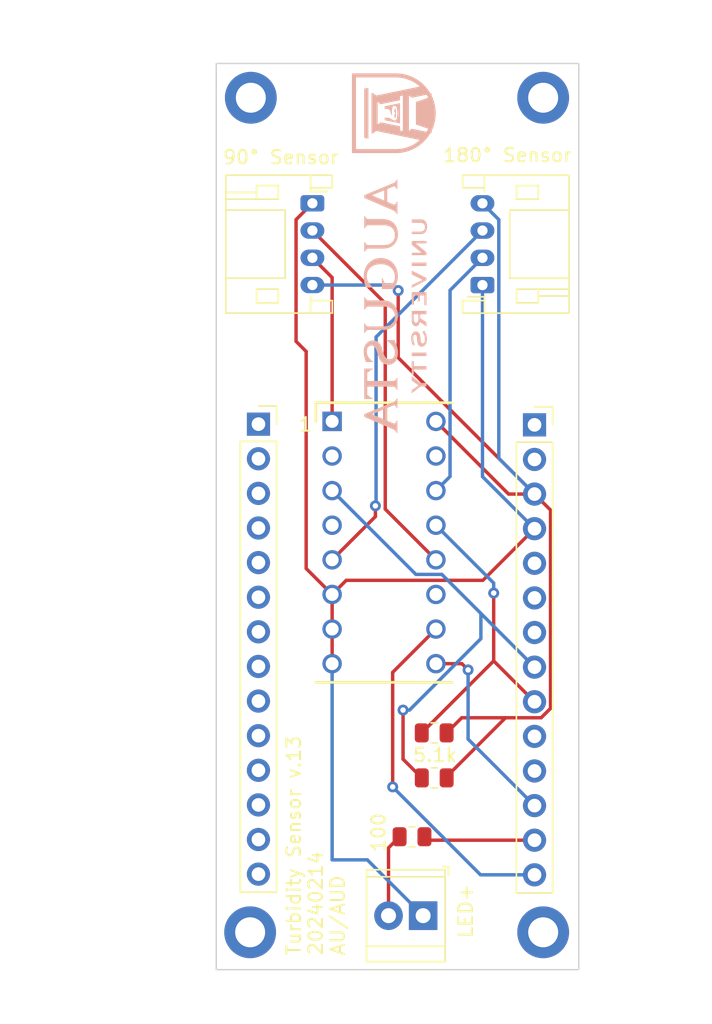
<source format=kicad_pcb>
(kicad_pcb (version 20221018) (generator pcbnew)
  (title_block (title "Turbidity Sensor PCB") (date "2024-02-14") (rev "13") (company "AU/AUD"))
  (layers (0 "F.Cu" signal) (31 "B.Cu" signal) (34 "B.Paste" user) (35 "F.Paste" user) (36 "B.SilkS" user "B.Silkscreen") (37 "F.SilkS" user "F.Silkscreen") (38 "B.Mask" user) (39 "F.Mask" user) (44 "Edge.Cuts" user))
  (net 0 "")
  (net 1 "/GND")
  (net 2 "/3.3V")
  (net 7 "/SCL")
  (net 8 "/SDA")
  (net 11 "/D8")
  (net 12 "/D6")
  (net 31 "/1(SCL)")
  (net 32 "/5(SCL)")
  (net 33 "/12(SDA)")
  (net 34 "/14(SDA)")
  (net 36 "Net-(J4-Pin_13)")
  (net 37 "/LED")
  (footprint "Resistor_SMD:R_0805_2012Metric" (layer "F.Cu") (at 152.1479 109.982)
    (fp_text reference "R1" hide)
    (fp_text value "5.1k" hide)
  )
  (footprint "MountingHole:MountingHole_2.2mm_M2_DIN965_Pad" (layer "F.Cu") (at 138.6332 121.3104)
    (fp_text reference "REF**" hide)
    (fp_text value "MountingHole_2.2mm_M2_DIN965_Pad" hide)
  )
  (footprint "Project:DIPS762W70P254L2032H510Q16N" (layer "F.Cu") (at 144.653 83.82)
    (fp_text reference "IC1" hide)
    (fp_text value "1-2199298-4" hide)
  )
  (footprint "Connector_PinSocket_2.54mm:PinSocket_1x14_P2.54mm_Vertical" (layer "F.Cu") (at 159.512 84.074)
    (fp_text reference "J4" hide)
    (fp_text value "Conn_01x14_Pin" hide)
  )
  (footprint "Resistor_SMD:R_0805_2012Metric" (layer "F.Cu") (at 150.5185 114.3 180)
    (fp_text reference "R3" hide)
    (fp_text value "100" hide)
  )
  (footprint "MountingHole:MountingHole_2.2mm_M2_DIN965_Pad" (layer "F.Cu") (at 160.147 60.071)
    (fp_text reference "REF**" hide)
    (fp_text value "MountingHole_2.2mm_M2_DIN965_Pad" hide)
  )
  (footprint "Connector_JST:JST_PH_S4B-PH-K_1x04_P2.00mm_Horizontal" (layer "F.Cu") (at 143.2052 67.8152 -90)
    (fp_text reference "J3" hide)
    (fp_text value "JST 90" hide)
  )
  (footprint "MountingHole:MountingHole_2.2mm_M2_DIN965_Pad" (layer "F.Cu") (at 138.684 60.071)
    (fp_text reference "REF**" hide)
    (fp_text value "MountingHole_2.2mm_M2_DIN965_Pad" hide)
  )
  (footprint "TerminalBlock_TE-Connectivity:TerminalBlock_TE_282834-2_1x02_P2.54mm_Horizontal" (layer "F.Cu") (at 151.3332 120.0912 180)
    (fp_text reference "J1" hide)
    (fp_text value "Screw_Terminal_01x02" hide)
  )
  (footprint "Connector_JST:JST_PH_S4B-PH-K_1x04_P2.00mm_Horizontal" (layer "F.Cu") (at 155.6904 73.818 90)
    (fp_text reference "J2" hide)
    (fp_text value "JST 180" hide)
  )
  (footprint "Resistor_SMD:R_0805_2012Metric" (layer "F.Cu") (at 152.1441 106.68 180)
    (fp_text reference "R2" hide)
    (fp_text value "5.1k" hide)
  )
  (footprint "Connector_PinSocket_2.54mm:PinSocket_1x14_P2.54mm_Vertical" (layer "F.Cu") (at 139.2428 84.0232)
    (fp_text reference "J5" hide)
    (fp_text value "Conn_01x14_Pin" hide)
  )
  (footprint "MountingHole:MountingHole_2.2mm_M2_DIN965_Pad" (layer "F.Cu") (at 160.147 121.3104)
    (fp_text reference "REF**" hide)
    (fp_text value "MountingHole_2.2mm_M2_DIN965_Pad" hide)
  )
  (gr_poly (pts (xy 147.315225 63.082488) (xy 147.315225 59.335988) (xy 147.008043 59.399488) (xy 147.008043 63.018988)) (fill solid) (layer "B.SilkS"))
  (gr_poly (pts (xy 149.225781 68.380769) (xy 149.438506 68.625244) (xy 149.448825 68.625244) (xy 149.448825 67.683856) (xy 149.438506 67.683856) (xy 149.225781 67.927537) (xy 148.699524 67.711637) (xy 148.699524 66.775013) (xy 149.225781 66.559112) (xy 149.438506 66.802) (xy 149.448825 66.802) (xy 149.448825 66.060637) (xy 149.438506 66.060637) (xy 149.225781 66.298763) (xy 148.476481 66.609696) (xy 148.476481 66.863913) (xy 148.476481 67.610038) (xy 147.587481 67.229832) (xy 148.476481 66.863913) (xy 148.476481 66.609696) (xy 147.008837 67.218718) (xy 147.008837 67.424299)) (fill solid) (layer "B.SilkS"))
  (gr_poly (pts (xy 149.225781 84.446268) (xy 149.438506 84.689949) (xy 149.448825 84.689949) (xy 149.448825 83.748561) (xy 149.438506 83.748561) (xy 149.225781 83.992244) (xy 148.699524 83.776342) (xy 148.699524 82.838925) (xy 149.225781 82.623025) (xy 149.438506 82.866706) (xy 149.448825 82.866706) (xy 149.448825 82.127725) (xy 149.438506 82.127725) (xy 149.225781 82.365851) (xy 148.476481 82.676516) (xy 148.476481 82.929413) (xy 148.476481 83.675538) (xy 147.587481 83.295331) (xy 148.476481 82.929413) (xy 148.476481 82.676516) (xy 147.008837 83.285011) (xy 147.008837 83.490592)) (fill solid) (layer "B.SilkS"))
  (gr_poly (pts (xy 151.581631 79.023371) (xy 151.581631 78.771752) (xy 150.495781 78.771752) (xy 150.495781 79.023371)) (fill solid) (layer "B.SilkS"))
  (gr_poly (pts (xy 150.651356 80.390205) (xy 150.651356 80.014761) (xy 151.581631 80.014761) (xy 151.581631 79.765524) (xy 150.651356 79.765524) (xy 150.651356 79.395638) (xy 150.492606 79.395638) (xy 150.492606 80.390205)) (fill solid) (layer "B.SilkS"))
  (gr_poly (pts (xy 149.221687 61.339774) (xy 149.2234 61.366091) (xy 149.225373 61.391276) (xy 149.227616 61.415228) (xy 149.230139 61.437845) (xy 149.232949 61.459025) (xy 149.236058 61.478669) (xy 149.239473 61.496674) (xy 149.243205 61.51294) (xy 149.247262 61.527365) (xy 149.249415 61.533856) (xy 149.251654 61.539849) (xy 149.253978 61.545331) (xy 149.25639 61.550289) (xy 149.25889 61.554712) (xy 149.26148 61.558586) (xy 149.26416 61.561899) (xy 149.266932 61.564637) (xy 149.269797 61.56679) (xy 149.272756 61.568342) (xy 149.275811 61.569283) (xy 149.278962 61.5696) (xy 149.282143 61.569138) (xy 149.285282 61.567768) (xy 149.291422 61.562383) (xy 149.29735 61.553615) (xy 149.303035 61.541633) (xy 149.308446 61.526603) (xy 149.313551 61.508697) (xy 149.318318 61.488081) (xy 149.322718 61.464924) (xy 149.326717 61.439396) (xy 149.330285 61.411664) (xy 149.336 61.350264) (xy 149.339614 61.282075) (xy 149.340875 61.208444) (xy 149.340484 61.171032) (xy 149.339354 61.134813) (xy 149.337542 61.099953) (xy 149.335107 61.066623) (xy 149.332111 61.03499) (xy 149.32861 61.005224) (xy 149.324666 60.977492) (xy 149.320336 60.951963) (xy 149.315681 60.928807) (xy 149.31076 60.908191) (xy 149.305632 60.890284) (xy 149.300356 60.875255) (xy 149.297682 60.868872) (xy 149.294992 60.863272) (xy 149.292295 60.858476) (xy 149.289599 60.854504) (xy 149.28691 60.851378) (xy 149.284236 60.84912) (xy 149.281584 60.847749) (xy 149.278962 60.847287) (xy 149.276372 60.847604) (xy 149.273812 60.848545) (xy 149.268788 60.85225) (xy 149.263906 60.858301) (xy 149.25918 60.866598) (xy 149.254627 60.877039) (xy 149.250262 60.889522) (xy 149.246098 60.903947) (xy 149.242152 60.920213) (xy 149.238438 60.938219) (xy 149.234972 60.957862) (xy 149.228844 61.00166) (xy 149.223888 61.050796) (xy 149.220225 61.104463) (xy 149.227403 61.108427) (xy 149.23423 61.112841) (xy 149.240689 61.117681) (xy 149.246767 61.122923) (xy 149.252448 61.128543) (xy 149.257718 61.134517) (xy 149.262561 61.140821) (xy 149.266963 61.147431) (xy 149.270909 61.154323) (xy 149.274385 61.161472) (xy 149.277374 61.168856) (xy 149.279864 61.17645) (xy 149.281837 61.184229) (xy 149.283281 61.192171) (xy 149.28418 61.200251) (xy 149.284518 61.208444) (xy 149.28442 61.212553) (xy 149.28418 61.216637) (xy 149.283799 61.220693) (xy 149.283281 61.224717) (xy 149.282626 61.228706) (xy 149.281837 61.232658) (xy 149.280916 61.23657) (xy 149.279864 61.240438) (xy 149.278682 61.244259) (xy 149.277374 61.248032) (xy 149.275941 61.251751) (xy 149.274385 61.255415) (xy 149.272707 61.259021) (xy 149.270909 61.262565) (xy 149.268994 61.266045) (xy 149.266963 61.269457) (xy 149.264818 61.272798) (xy 149.262561 61.276066) (xy 149.260194 61.279258) (xy 149.257718 61.28237) (xy 149.255135 61.2854) (xy 149.252448 61.288344) (xy 149.249658 61.2912) (xy 149.246767 61.293964) (xy 149.243777 61.296634) (xy 149.240689 61.299206) (xy 149.237506 61.301678) (xy 149.23423 61.304046) (xy 149.230861 61.306308) (xy 149.227403 61.308461) (xy 149.223857 61.3105) (xy 149.220225 61.312425)) (fill solid) (layer "B.SilkS"))
  (gr_poly (pts (xy 150.459212 77.792646) (xy 150.461232 77.828782) (xy 150.464603 77.864753) (xy 150.469317 77.900522) (xy 150.475363 77.936053) (xy 150.482731 77.971308) (xy 150.491411 78.006251) (xy 150.501394 78.040844) (xy 150.512669 78.07505) (xy 150.525227 78.108833) (xy 150.539057 78.142156) (xy 150.55415 78.174981) (xy 150.570496 78.207271) (xy 150.588084 78.23899) (xy 150.606905 78.2701) (xy 150.737081 78.178817) (xy 150.722123 78.152471) (xy 150.708065 78.125698) (xy 150.694912 78.098524) (xy 150.682671 78.07097) (xy 150.671349 78.043061) (xy 150.660952 78.014819) (xy 150.651486 77.986267) (xy 150.642959 77.95743) (xy 150.635376 77.928331) (xy 150.628744 77.898992) (xy 150.62307 77.869437) (xy 150.618359 77.839689) (xy 150.614619 77.809772) (xy 150.611856 77.779708) (xy 150.610077 77.749522) (xy 150.609287 77.719236) (xy 150.609523 77.697197) (xy 150.610318 77.674709) (xy 150.611804 77.65203) (xy 150.614112 77.629419) (xy 150.617373 77.607133) (xy 150.621719 77.585431) (xy 150.627281 77.56457) (xy 150.634191 77.54481) (xy 150.64258 77.526408) (xy 150.64737 77.517796) (xy 150.652579 77.509621) (xy 150.658223 77.501915) (xy 150.66432 77.49471) (xy 150.670885 77.488037) (xy 150.677934 77.48193) (xy 150.685484 77.476421) (xy 150.693553 77.471541) (xy 150.702155 77.467324) (xy 150.711307 77.463801) (xy 150.721026 77.461005) (xy 150.731329 77.458968) (xy 150.742231 77.457722) (xy 150.753749 77.457299) (xy 150.765214 77.45791) (xy 150.775959 77.459711) (xy 150.786011 77.462654) (xy 150.795397 77.466693) (xy 150.80414 77.471779) (xy 150.812267 77.477867) (xy 150.819803 77.484909) (xy 150.826775 77.492857) (xy 150.833206 77.501664) (xy 150.839124 77.511284) (xy 150.844554 77.521668) (xy 150.84952 77.532769) (xy 150.85405 77.544541) (xy 150.858168 77.556936) (xy 150.8619 77.569907) (xy 150.865271 77.583407) (xy 150.871035 77.611803) (xy 150.875665 77.641746) (xy 150.879364 77.672859) (xy 150.882337 77.704764) (xy 150.891068 77.832743) (xy 150.894394 77.87442) (xy 150.898885 77.917242) (xy 150.904794 77.96068) (xy 150.912375 78.004205) (xy 150.921882 78.047288) (xy 150.933568 78.089401) (xy 150.947686 78.130014) (xy 150.96449 78.168598) (xy 150.984233 78.204623) (xy 150.995286 78.221512) (xy 151.007169 78.237562) (xy 151.019914 78.252709) (xy 151.033552 78.266885) (xy 151.048115 78.280025) (xy 151.063634 78.292063) (xy 151.080142 78.302932) (xy 151.09767 78.312566) (xy 151.116249 78.3209) (xy 151.135912 78.327867) (xy 151.15669 78.3334) (xy 151.178614 78.337435) (xy 151.201717 78.339904) (xy 151.226031 78.340742) (xy 151.253116 78.339844) (xy 151.279023 78.337195) (xy 151.303771 78.332863) (xy 151.327382 78.326915) (xy 151.349878 78.319419) (xy 151.371277 78.310442) (xy 151.391603 78.300052) (xy 151.410875 78.288317) (xy 151.429115 78.275304) (xy 151.446343 78.261081) (xy 151.46258 78.245715) (xy 151.477848 78.229274) (xy 151.492167 78.211826) (xy 151.505558 78.193437) (xy 151.518042 78.174177) (xy 151.52964 78.154111) (xy 151.540373 78.133309) (xy 151.550262 78.111837) (xy 151.559328 78.089763) (xy 151.567591 78.067154) (xy 151.575073 78.044079) (xy 151.581795 78.020604) (xy 151.593041 77.972727) (xy 151.601496 77.924065) (xy 151.607328 77.875157) (xy 151.610705 77.826545) (xy 151.611793 77.778768) (xy 151.611713 77.737246) (xy 151.609891 77.695893) (xy 151.606346 77.654762) (xy 151.601092 77.613904) (xy 151.594148 77.57337) (xy 151.58553 77.533212) (xy 151.575255 77.493481) (xy 151.56334 77.454228) (xy 151.5498 77.415506) (xy 151.534654 77.377365) (xy 151.517918 77.339857) (xy 151.499609 77.303034) (xy 151.479743 77.266946) (xy 151.458337 77.231645) (xy 151.435409 77.197183) (xy 151.410975 77.163611) (xy 151.283181 77.26918) (xy 151.304338 77.296214) (xy 151.324242 77.324043) (xy 151.342879 77.352624) (xy 151.360231 77.381912) (xy 151.376284 77.411863) (xy 151.391021 77.442433) (xy 151.404427 77.473578) (xy 151.416486 77.505252) (xy 151.427182 77.537412) (xy 151.4365 77.570014) (xy 151.444422 77.603013) (xy 151.450935 77.636365) (xy 151.456022 77.670026) (xy 151.459667 77.703951) (xy 151.461854 77.738096) (xy 151.462569 77.772417) (xy 151.462125 77.806698) (xy 151.460733 77.839796) (xy 151.458299 77.871568) (xy 151.45473 77.901872) (xy 151.449934 77.930568) (xy 151.443816 77.957512) (xy 151.436285 77.982564) (xy 151.427246 78.005581) (xy 151.416608 78.026421) (xy 151.41066 78.03598) (xy 151.404277 78.044942) (xy 151.397448 78.053289) (xy 151.39016 78.061004) (xy 151.382403 78.068067) (xy 151.374164 78.074463) (xy 151.365433 78.080172) (xy 151.356197 78.085178) (xy 151.346444 78.089462) (xy 151.336164 78.093007) (xy 151.325344 78.095795) (xy 151.313973 78.097809) (xy 151.302039 78.09903) (xy 151.289531 78.099441) (xy 151.277125 78.09894) (xy 151.265488 78.097458) (xy 151.254595 78.09503) (xy 151.244419 78.091688) (xy 151.234934 78.087467) (xy 151.226114 78.0824) (xy 151.217934 78.07652) (xy 151.210367 78.069861) (xy 151.203387 78.062458) (xy 151.196968 78.054342) (xy 151.191084 78.045548) (xy 151.185709 78.03611) (xy 151.180818 78.026061) (xy 151.176383 78.015434) (xy 151.17238 78.004263) (xy 151.168782 77.992583) (xy 151.165562 77.980425) (xy 151.162696 77.967824) (xy 151.160157 77.954814) (xy 151.157919 77.941428) (xy 151.154241 77.913661) (xy 151.151456 77.884794) (xy 151.149353 77.855094) (xy 151.147727 77.82483) (xy 151.145068 77.763685) (xy 151.142477 77.720543) (xy 151.138439 77.67576) (xy 151.132755 77.629947) (xy 151.125224 77.583715) (xy 151.115648 77.537673) (xy 151.103824 77.492432) (xy 151.089555 77.448603) (xy 151.072639 77.406796) (xy 151.052876 77.367621) (xy 151.041865 77.349211) (xy 151.030067 77.331689) (xy 151.017458 77.31513) (xy 151.004012 77.29961) (xy 150.989705 77.285206) (xy 150.974511 77.271995) (xy 150.958406 77.260052) (xy 150.941364 77.249454) (xy 150.92336 77.240277) (xy 150.90437 77.232597) (xy 150.884368 77.226492) (xy 150.86333 77.222036) (xy 150.84123 77.219307) (xy 150.818043 77.21838) (xy 150.79313 77.219152) (xy 150.769278 77.221432) (xy 150.74647 77.225166) (xy 150.724688 77.230298) (xy 150.703913 77.236775) (xy 150.684129 77.244541) (xy 150.665318 77.253542) (xy 150.647461 77.263723) (xy 150.630542 77.275029) (xy 150.614542 77.287407) (xy 150.599444 77.3008) (xy 150.58523 77.315156) (xy 150.571882 77.330418) (xy 150.559382 77.346532) (xy 150.547713 77.363444) (xy 150.536857 77.381099) (xy 150.526797 77.399442) (xy 150.517514 77.418419) (xy 150.508991 77.437975) (xy 150.50121 77.458056) (xy 150.494153 77.478606) (xy 150.487803 77.499571) (xy 150.482142 77.520897) (xy 150.477153 77.542528) (xy 150.469115 77.58649) (xy 150.46355 77.631019) (xy 150.460315 77.675678) (xy 150.459268 77.72003) (xy 150.458554 77.756384)) (fill solid) (layer "B.SilkS"))
  (gr_poly (pts (xy 151.141099 69.24675) (xy 151.174542 69.247856) (xy 151.206906 69.251201) (xy 151.238042 69.256833) (xy 151.253103 69.26052) (xy 151.267802 69.264796) (xy 151.282119 69.269666) (xy 151.296036 69.275135) (xy 151.309534 69.28121) (xy 151.322595 69.287897) (xy 151.335201 69.2952) (xy 151.347332 69.303125) (xy 151.35897 69.311679) (xy 151.370096 69.320867) (xy 151.380693 69.330694) (xy 151.39074 69.341166) (xy 151.40022 69.352289) (xy 151.409114 69.364068) (xy 151.417404 69.37651) (xy 151.42507 69.38962) (xy 151.432094 69.403403) (xy 151.438458 69.417865) (xy 151.444143 69.433012) (xy 151.44913 69.44885) (xy 151.453402 69.465383) (xy 151.456938 69.482619) (xy 151.459721 69.500562) (xy 151.461731 69.519219) (xy 151.462951 69.538594) (xy 151.463362 69.558693) (xy 151.462958 69.581164) (xy 151.461756 69.602743) (xy 151.459773 69.623444) (xy 151.457026 69.643277) (xy 151.453531 69.662255) (xy 151.449303 69.680388) (xy 151.44436 69.697689) (xy 151.438719 69.714169) (xy 151.432395 69.72984) (xy 151.425404 69.744713) (xy 151.417764 69.7588) (xy 151.409491 69.772113) (xy 151.400601 69.784662) (xy 151.391111 69.796461) (xy 151.381036 69.807521) (xy 151.370394 69.817852) (xy 151.359201 69.827468) (xy 151.347473 69.836378) (xy 151.335227 69.844596) (xy 151.322479 69.852132) (xy 151.309246 69.858999) (xy 151.295544 69.865207) (xy 151.281389 69.870769) (xy 151.266798 69.875697) (xy 151.251787 69.880001) (xy 151.236373 69.883693) (xy 151.2044 69.88929) (xy 151.171011 69.892579) (xy 151.136337 69.893655) (xy 150.495781 69.893655) (xy 150.495781 70.074631) (xy 151.157768 70.074631) (xy 151.180556 70.075619) (xy 151.203239 70.075344) (xy 151.225769 70.073826) (xy 151.248099 70.071083) (xy 151.270182 70.067132) (xy 151.29197 70.061992) (xy 151.313416 70.055681) (xy 151.334473 70.048218) (xy 151.355092 70.039621) (xy 151.375227 70.029907) (xy 151.39483 70.019097) (xy 151.413853 70.007206) (xy 151.43225 69.994255) (xy 151.449972 69.980261) (xy 151.466973 69.965243) (xy 151.483205 69.949219) (xy 151.500725 69.927389) (xy 151.517096 69.904829) (xy 151.532305 69.881586) (xy 151.546334 69.857705) (xy 151.559171 69.833232) (xy 151.5708 69.808213) (xy 151.581205 69.782693) (xy 151.590373 69.756718) (xy 151.598287 69.730335) (xy 151.604934 69.703589) (xy 151.610298 69.676526) (xy 151.614363 69.649192) (xy 151.617117 69.621631) (xy 151.618542 69.593892) (xy 151.618625 69.566018) (xy 151.61735 69.538056) (xy 151.618804 69.509973) (xy 151.618961 69.481958) (xy 151.617832 69.454055) (xy 151.61543 69.426304) (xy 151.611768 69.398749) (xy 151.606859 69.371431) (xy 151.600715 69.344392) (xy 151.593349 69.317674) (xy 151.584773 69.291319) (xy 151.575001 69.26537) (xy 151.564044 69.239869) (xy 151.551915 69.214857) (xy 151.538627 69.190376) (xy 151.524193 69.166469) (xy 151.508626 69.143178) (xy 151.491937 69.120544) (xy 151.4756 69.103743) (xy 151.458398 69.088052) (xy 151.440388 69.073492) (xy 151.421625 69.060083) (xy 151.402168 69.047848) (xy 151.382073 69.036806) (xy 151.361397 69.02698) (xy 151.340197 69.01839) (xy 151.31853 69.011058) (xy 151.296452 69.005004) (xy 151.274022 69.00025) (xy 151.251295 68.996817) (xy 151.228329 68.994727) (xy 151.20518 68.993999) (xy 151.181905 68.994656) (xy 151.158562 68.996719) (xy 150.495781 68.996719) (xy 150.495781 69.24675)) (fill solid) (layer "B.SilkS"))
  (gr_poly (pts (xy 151.581631 72.416987) (xy 151.581631 72.165369) (xy 150.495781 72.165369) (xy 150.495781 72.416987)) (fill solid) (layer "B.SilkS"))
  (gr_poly (pts (xy 146.972736 73.218805) (xy 146.9751 73.272035) (xy 146.97862 73.325163) (xy 146.98329 73.378172) (xy 146.989109 73.431041) (xy 146.996073 73.483753) (xy 147.004178 73.536289) (xy 147.01342 73.58863) (xy 147.023797 73.640759) (xy 147.035304 73.692656) (xy 147.047939 73.744302) (xy 147.061698 73.795681) (xy 147.076576 73.846772) (xy 147.092572 73.897557) (xy 147.109681 73.948018) (xy 147.1279 73.998136) (xy 147.1279 73.998137) (xy 147.683525 73.998137) (xy 147.683525 73.987818) (xy 147.61203 73.931369) (xy 147.547634 73.875708) (xy 147.489993 73.820803) (xy 147.438764 73.766622) (xy 147.393605 73.713134) (xy 147.354173 73.660307) (xy 147.320123 73.608111) (xy 147.291114 73.556514) (xy 147.266803 73.505484) (xy 147.246846 73.45499) (xy 147.2309 73.405) (xy 147.218623 73.355484) (xy 147.209671 73.30641) (xy 147.203701 73.257746) (xy 147.200371 73.209461) (xy 147.199337 73.161524) (xy 147.200555 73.112997) (xy 147.204177 73.065517) (xy 147.210157 73.019115) (xy 147.218448 72.973825) (xy 147.229003 72.929678) (xy 147.241776 72.886707) (xy 147.25672 72.844945) (xy 147.273788 72.804423) (xy 147.292935 72.765175) (xy 147.314112 72.727232) (xy 147.337274 72.690627) (xy 147.362374 72.655392) (xy 147.389365 72.62156) (xy 147.4182 72.589164) (xy 147.448833 72.558235) (xy 147.481218 72.528806) (xy 147.515307 72.50091) (xy 147.551053 72.474578) (xy 147.588412 72.449844) (xy 147.627334 72.426739) (xy 147.667775 72.405297) (xy 147.709687 72.385549) (xy 147.753023 72.367528) (xy 147.797738 72.351266) (xy 147.843784 72.336797) (xy 147.891114 72.324151) (xy 147.939683 72.313362) (xy 147.989442 72.304462) (xy 148.040347 72.297483) (xy 148.092349 72.292458) (xy 148.145403 72.289419) (xy 148.199462 72.288399) (xy 148.244706 72.288399) (xy 148.3007 72.289553) (xy 148.355546 72.292982) (xy 148.409203 72.298635) (xy 148.461629 72.306461) (xy 148.512783 72.31641) (xy 148.562624 72.328431) (xy 148.61111 72.342473) (xy 148.6582 72.358485) (xy 148.703853 72.376416) (xy 148.748028 72.396217) (xy 148.790683 72.417836) (xy 148.831777 72.441222) (xy 148.871269 72.466325) (xy 148.909117 72.493094) (xy 148.945281 72.521479) (xy 148.979718 72.551428) (xy 149.012389 72.582891) (xy 149.04325 72.615817) (xy 149.072262 72.650155) (xy 149.099382 72.685855) (xy 149.12457 72.722866) (xy 149.147785 72.761138) (xy 149.168984 72.800619) (xy 149.188127 72.841258) (xy 149.205173 72.883006) (xy 149.22008 72.925811) (xy 149.232806 72.969623) (xy 149.243312 73.01439) (xy 149.251554 73.060063) (xy 149.257493 73.10659) (xy 149.261086 73.153921) (xy 149.262293 73.202005) (xy 149.26243 73.224705) (xy 149.261955 73.247371) (xy 149.260871 73.269991) (xy 149.25918 73.292554) (xy 149.256885 73.315048) (xy 149.253989 73.337459) (xy 149.250492 73.359777) (xy 149.246399 73.381989) (xy 149.241711 73.404083) (xy 149.236431 73.426047) (xy 149.23056 73.447869) (xy 149.224102 73.469538) (xy 149.217059 73.49104) (xy 149.209434 73.512364) (xy 149.201227 73.533498) (xy 149.192443 73.55443) (xy 149.183002 73.575703) (xy 149.178101 73.585673) (xy 149.173061 73.595208) (xy 149.167869 73.604314) (xy 149.162511 73.612998) (xy 149.156974 73.621268) (xy 149.151243 73.62913) (xy 149.145305 73.63659) (xy 149.139146 73.643656) (xy 149.132753 73.650335) (xy 149.126112 73.656633) (xy 149.11921 73.662558) (xy 149.112032 73.668115) (xy 149.104566 73.673312) (xy 149.096796 73.678156) (xy 149.088711 73.682654) (xy 149.080295 73.686811) (xy 149.071536 73.690636) (xy 149.06242 73.694135) (xy 149.052933 73.697315) (xy 149.043061 73.700182) (xy 149.032791 73.702744) (xy 149.022109 73.705007) (xy 149.011002 73.706979) (xy 148.999455 73.708665) (xy 148.987456 73.710073) (xy 148.97499 73.71121) (xy 148.948603 73.712697) (xy 148.920187 73.71318) (xy 148.536012 73.71318) (xy 148.316143 73.270268) (xy 148.305825 73.270268) (xy 148.305825 74.110055) (xy 149.163075 74.110055) (xy 149.199699 74.058684) (xy 149.234194 74.006062) (xy 149.266535 73.952257) (xy 149.296699 73.897337) (xy 149.324664 73.841369) (xy 149.350407 73.784419) (xy 149.373905 73.726557) (xy 149.395135 73.667848) (xy 149.414074 73.608361) (xy 149.430699 73.548163) (xy 149.444987 73.48732) (xy 149.456915 73.425902) (xy 149.466461 73.363974) (xy 149.473602 73.301605) (xy 149.478314 73.238862) (xy 149.480575 73.175813) (xy 149.479221 73.108481) (xy 149.475177 73.041836) (xy 149.46847 72.975972) (xy 149.459125 72.910983) (xy 149.447168 72.846967) (xy 149.432626 72.784017) (xy 149.415525 72.722229) (xy 149.395891 72.661697) (xy 149.373751 72.602519) (xy 149.349129 72.544787) (xy 149.322053 72.488598) (xy 149.292549 72.434048) (xy 149.260642 72.38123) (xy 149.22636 72.33024) (xy 149.189727 72.281174) (xy 149.150771 72.234126) (xy 149.109518 72.189192) (xy 149.065993 72.146468) (xy 149.020223 72.106047) (xy 148.972233 72.068026) (xy 148.922051 72.0325) (xy 148.869702 71.999563) (xy 148.815213 71.969311) (xy 148.758609 71.94184) (xy 148.699917 71.917244) (xy 148.639163 71.895618) (xy 148.576373 71.877059) (xy 148.511573 71.86166) (xy 148.44479 71.849518) (xy 148.376049 71.840727) (xy 148.305377 71.835382) (xy 148.232799 71.83358) (xy 148.201843 71.83358) (xy 148.13204 71.835402) (xy 148.063891 71.840803) (xy 147.997435 71.84968) (xy 147.932708 71.861933) (xy 147.869746 71.877461) (xy 147.808586 71.896163) (xy 147.749266 71.917937) (xy 147.691822 71.942683) (xy 147.63629 71.9703) (xy 147.582708 72.000687) (xy 147.531112 72.033742) (xy 147.481538 72.069365) (xy 147.434025 72.107455) (xy 147.388608 72.147911) (xy 147.345325 72.190631) (xy 147.304211 72.235515) (xy 147.265305 72.282461) (xy 147.228642 72.33137) (xy 147.194259 72.382138) (xy 147.162194 72.434667) (xy 147.132482 72.488854) (xy 147.105161 72.544599) (xy 147.080268 72.6018) (xy 147.057839 72.660357) (xy 147.037911 72.720168) (xy 147.02052 72.781133) (xy 147.005704 72.843151) (xy 146.9935 72.90612) (xy 146.983944 72.969939) (xy 146.977072 73.034509) (xy 146.972922 73.099726) (xy 146.971531 73.165491)) (fill solid) (layer "B.SilkS"))
  (gr_poly (pts (xy 151.210156 71.441467) (xy 150.495781 71.441467) (xy 150.495781 71.622443) (xy 151.581631 71.622443) (xy 151.581631 71.407338) (xy 150.787881 70.762018) (xy 151.581631 70.762018) (xy 151.581631 70.581043) (xy 150.495781 70.581043) (xy 150.495781 70.861237)) (fill solid) (layer "B.SilkS"))
  (gr_poly (pts (xy 146.972557 78.741956) (xy 146.97546 78.791443) (xy 146.979443 78.84082) (xy 146.984503 78.890068) (xy 146.990636 78.93917) (xy 146.997838 78.988109) (xy 147.006107 79.036868) (xy 147.015437 79.085428) (xy 147.025826 79.133774) (xy 147.037271 79.181886) (xy 147.049767 79.229748) (xy 147.063311 79.277342) (xy 147.0779 79.324651) (xy 147.09353 79.371658) (xy 147.110198 79.418344) (xy 147.1279 79.464694) (xy 147.683525 79.464694) (xy 147.683525 79.454373) (xy 147.628119 79.414422) (xy 147.575665 79.373184) (xy 147.526247 79.330714) (xy 147.479953 79.287065) (xy 147.436867 79.242291) (xy 147.397077 79.196445) (xy 147.360668 79.14958) (xy 147.327726 79.10175) (xy 147.298338 79.053008) (xy 147.272588 79.003409) (xy 147.250565 78.953004) (xy 147.240977 78.927517) (xy 147.232352 78.901849) (xy 147.224702 78.876007) (xy 147.218037 78.849996) (xy 147.212368 78.823825) (xy 147.207706 78.797499) (xy 147.204061 78.771026) (xy 147.201444 78.744412) (xy 147.199866 78.717663) (xy 147.199337 78.690787) (xy 147.199902 78.660704) (xy 147.201566 78.631906) (xy 147.204284 78.604371) (xy 147.208013 78.578079) (xy 147.212706 78.553006) (xy 147.21832 78.529133) (xy 147.224809 78.506436) (xy 147.232129 78.484895) (xy 147.240235 78.464487) (xy 147.249082 78.445192) (xy 147.258626 78.426986) (xy 147.268821 78.40985) (xy 147.279624 78.39376) (xy 147.290988 78.378696) (xy 147.30287 78.364636) (xy 147.315225 78.351557) (xy 147.328007 78.33944) (xy 147.341173 78.32826) (xy 147.354677 78.317998) (xy 147.368474 78.308632) (xy 147.396771 78.292498) (xy 147.425705 78.279686) (xy 147.454918 78.270023) (xy 147.484052 78.263336) (xy 147.512748 78.25945) (xy 147.54065 78.258193) (xy 147.558112 78.258193) (xy 147.579995 78.258834) (xy 147.601013 78.260745) (xy 147.621197 78.263905) (xy 147.640574 78.268297) (xy 147.659174 78.2739) (xy 147.677025 78.280697) (xy 147.694157 78.288668) (xy 147.710599 78.297794) (xy 147.726379 78.308056) (xy 147.741526 78.319435) (xy 147.75607 78.331911) (xy 147.770039 78.345467) (xy 147.783462 78.360082) (xy 147.796368 78.375739) (xy 147.808785 78.392417) (xy 147.820744 78.410097) (xy 147.832273 78.428761) (xy 147.8434 78.44839) (xy 147.854155 78.468965) (xy 147.864566 78.490466) (xy 147.884475 78.536171) (xy 147.903356 78.585354) (xy 147.921442 78.637863) (xy 147.938965 78.693545) (xy 147.956155 78.752247) (xy 147.973243 78.813818) (xy 148.001006 78.912976) (xy 148.030852 79.006486) (xy 148.062987 79.094246) (xy 148.097614 79.176152) (xy 148.134939 79.252099) (xy 148.175166 79.321986) (xy 148.2185 79.385707) (xy 148.265145 79.443161) (xy 148.289773 79.469505) (xy 148.315306 79.494243) (xy 148.341769 79.517362) (xy 148.369188 79.538849) (xy 148.397588 79.558692) (xy 148.426996 79.576877) (xy 148.457435 79.593392) (xy 148.488933 79.608223) (xy 148.521514 79.621358) (xy 148.555205 79.632784) (xy 148.59003 79.642487) (xy 148.626016 79.650455) (xy 148.663188 79.656674) (xy 148.701571 79.661133) (xy 148.741192 79.663818) (xy 148.782075 79.664716) (xy 148.803506 79.664716) (xy 148.837381 79.663787) (xy 148.870959 79.661008) (xy 148.904189 79.656388) (xy 148.937019 79.649937) (xy 148.969398 79.641664) (xy 149.001276 79.63158) (xy 149.032601 79.619694) (xy 149.063323 79.606016) (xy 149.09339 79.590555) (xy 149.122751 79.573322) (xy 149.151356 79.554325) (xy 149.179153 79.533576) (xy 149.206091 79.511082) (xy 149.23212 79.486856) (xy 149.257188 79.460905) (xy 149.281244 79.43324) (xy 149.304238 79.40387) (xy 149.326118 79.372805) (xy 149.346833 79.340056) (xy 149.366332 79.305631) (xy 149.384564 79.26954) (xy 149.401479 79.231794) (xy 149.417025 79.192401) (xy 149.431151 79.151372) (xy 149.443807 79.108717) (xy 149.45494 79.064445) (xy 149.4645 79.018565) (xy 149.472437 78.971088) (xy 149.478699 78.922023) (xy 149.483235 78.87138) (xy 149.485994 78.81917) (xy 149.486925 78.7654) (xy 149.485443 78.710352) (xy 149.481134 78.653999) (xy 149.474205 78.596563) (xy 149.464861 78.538264) (xy 149.453307 78.479323) (xy 149.439751 78.419961) (xy 149.424396 78.360399) (xy 149.40745 78.300858) (xy 149.369606 78.182723) (xy 149.327865 78.067322) (xy 149.283872 77.956423) (xy 149.239275 77.851793) (xy 148.623325 77.851793) (xy 148.623325 77.862113) (xy 148.694158 77.915066) (xy 148.761594 77.968023) (xy 148.825469 78.021082) (xy 148.885622 78.074341) (xy 148.941891 78.127899) (xy 148.994116 78.181851) (xy 149.042134 78.236297) (xy 149.085783 78.291333) (xy 149.124903 78.347058) (xy 149.159331 78.403569) (xy 149.188905 78.460963) (xy 149.201822 78.490022) (xy 149.213465 78.519339) (xy 149.223814 78.548925) (xy 149.232849 78.578793) (xy 149.240549 78.608956) (xy 149.246894 78.639425) (xy 149.251865 78.670212) (xy 149.25544 78.701331) (xy 149.2576 78.732792) (xy 149.258325 78.764608) (xy 149.257829 78.794871) (xy 149.256359 78.824193) (xy 149.253939 78.852574) (xy 149.250596 78.88001) (xy 149.246355 78.906502) (xy 149.241241 78.932048) (xy 149.23528 78.956647) (xy 149.228497 78.980297) (xy 149.220917 79.002997) (xy 149.212567 79.024746) (xy 149.20347 79.045542) (xy 149.193654 79.065384) (xy 149.183143 79.084272) (xy 149.171963 79.102202) (xy 149.160138 79.119175) (xy 149.147696 79.135189) (xy 149.13466 79.150242) (xy 149.121057 79.164334) (xy 149.106911 79.177463) (xy 149.092249 79.189627) (xy 149.077096 79.200826) (xy 149.061477 79.211058) (xy 149.045418 79.220321) (xy 149.028943 79.228615) (xy 149.012079 79.235938) (xy 148.994851 79.242289) (xy 148.977285 79.247667) (xy 148.959405 79.25207) (xy 148.941237 79.255496) (xy 148.922807 79.257945) (xy 148.885262 79.259906) (xy 148.867799 79.259906) (xy 148.840208 79.259064) (xy 148.813669 79.25656) (xy 148.788152 79.252432) (xy 148.763627 79.246716) (xy 148.740064 79.23945) (xy 148.71743 79.230668) (xy 148.695696 79.220409) (xy 148.674831 79.208709) (xy 148.654805 79.195605) (xy 148.635586 79.181132) (xy 148.617144 79.165328) (xy 148.599448 79.148229) (xy 148.582468 79.129873) (xy 148.566173 79.110294) (xy 148.550533 79.089531) (xy 148.535516 79.06762) (xy 148.521092 79.044598) (xy 148.50723 79.0205) (xy 148.4939 78.995364) (xy 148.481071 78.969226) (xy 148.456793 78.914092) (xy 148.434151 78.855391) (xy 148.4129 78.793416) (xy 148.392794 78.728459) (xy 148.373588 78.660815) (xy 148.355037 78.590775) (xy 148.330848 78.505707) (xy 148.304104 78.42585) (xy 148.274778 78.351241) (xy 148.242845 78.281919) (xy 148.20828 78.217923) (xy 148.171058 78.15929) (xy 148.131151 78.106059) (xy 148.088535 78.058268) (xy 148.066204 78.036425) (xy 148.043185 78.015956) (xy 148.019476 77.996867) (xy 147.995074 77.979161) (xy 147.969976 77.962845) (xy 147.944178 77.947922) (xy 147.917677 77.934398) (xy 147.89047 77.922276) (xy 147.862554 77.911563) (xy 147.833925 77.902263) (xy 147.804581 77.894381) (xy 147.774517 77.88792) (xy 147.743732 77.882887) (xy 147.712222 77.879287) (xy 147.679983 77.877123) (xy 147.647012 77.8764) (xy 147.622406 77.8764) (xy 147.590507 77.877326) (xy 147.558841 77.880088) (xy 147.527458 77.884659) (xy 147.49641 77.891016) (xy 147.465749 77.899134) (xy 147.435524 77.908987) (xy 147.405788 77.92055) (xy 147.376591 77.933798) (xy 147.347985 77.948707) (xy 147.320021 77.965251) (xy 147.29275 77.983406) (xy 147.266223 78.003146) (xy 147.240491 78.024446) (xy 147.215606 78.047282) (xy 147.191618 78.071628) (xy 147.168579 78.09746) (xy 147.14654 78.124752) (xy 147.125552 78.153479) (xy 147.105667 78.183616) (xy 147.086935 78.215139) (xy 147.069407 78.248023) (xy 147.053135 78.282241) (xy 147.03817 78.317771) (xy 147.024563 78.354585) (xy 147.012366 78.39266) (xy 147.001628 78.43197) (xy 146.992402 78.472491) (xy 146.984739 78.514197) (xy 146.97869 78.557064) (xy 146.974306 78.601065) (xy 146.971638 78.646178) (xy 146.970737 78.692375)) (fill solid) (layer "B.SilkS"))
  (gr_poly (pts (xy 149.332937 64.134206) (xy 149.43246 64.132563) (xy 149.531423 64.127573) (xy 149.629756 64.11928) (xy 149.727389 64.107723) (xy 149.824252 64.092943) (xy 149.920276 64.074983) (xy 150.015391 64.053882) (xy 150.109526 64.029682) (xy 150.202613 64.002425) (xy 150.294581 63.97215) (xy 150.38536 63.9389) (xy 150.474882 63.902716) (xy 150.563075 63.863638) (xy 150.64987 63.821708) (xy 150.735198 63.776966) (xy 150.818988 63.729455) (xy 150.901171 63.679214) (xy 150.981677 63.626286) (xy 151.060436 63.57071) (xy 151.137378 63.512529) (xy 151.212433 63.451784) (xy 151.285533 63.388515) (xy 151.356606 63.322764) (xy 151.425584 63.254571) (xy 151.492395 63.183979) (xy 151.556972 63.111027) (xy 151.619243 63.035758) (xy 151.679138 62.958212) (xy 151.736589 62.87843) (xy 151.791526 62.796454) (xy 151.843877 62.712324) (xy 151.893575 62.626082) (xy 151.922944 62.572106) (xy 152.002006 62.410153) (xy 152.070527 62.244778) (xy 152.128506 62.07647) (xy 152.175944 61.905718) (xy 152.21284 61.733011) (xy 152.239194 61.558838) (xy 152.255006 61.383687) (xy 152.260277 61.208047) (xy 152.255006 61.032407) (xy 152.239194 60.857256) (xy 152.21284 60.683083) (xy 152.175944 60.510376) (xy 152.128506 60.339624) (xy 152.070527 60.171316) (xy 152.002006 60.005941) (xy 151.922944 59.843988) (xy 151.893575 59.790013) (xy 151.893534 59.789941) (xy 151.893495 59.789869) (xy 151.791436 59.619503) (xy 151.67904 59.457751) (xy 151.582425 59.33691) (xy 151.582425 59.854307) (xy 151.598139 59.880587) (xy 151.61353 59.907041) (xy 151.628599 59.933669) (xy 151.643345 59.960471) (xy 151.657769 59.987446) (xy 151.671871 60.014595) (xy 151.685649 60.041917) (xy 151.699106 60.069413) (xy 150.80455 60.372625) (xy 150.80455 62.04585) (xy 151.699106 62.347475) (xy 151.699106 62.348269) (xy 151.685637 62.375951) (xy 151.671821 62.403435) (xy 151.657657 62.43072) (xy 151.643146 62.457807) (xy 151.628288 62.484695) (xy 151.613083 62.511385) (xy 151.59753 62.537876) (xy 151.581631 62.564169) (xy 150.498162 62.342713) (xy 150.293374 62.4967) (xy 150.293374 59.921775) (xy 150.498162 60.075763) (xy 151.582425 59.854307) (xy 151.582425 59.33691) (xy 151.556865 59.304942) (xy 151.425471 59.161405) (xy 151.285415 59.02747) (xy 151.137257 58.903463) (xy 150.981554 58.789716) (xy 150.818867 58.686556) (xy 150.649752 58.594312) (xy 150.47477 58.513314) (xy 150.294479 58.44389) (xy 150.109437 58.386368) (xy 149.920203 58.341078) (xy 149.727336 58.308349) (xy 149.531394 58.288509) (xy 149.332937 58.281888) (xy 146.405587 58.281888) (xy 146.405587 58.582719) (xy 149.332143 58.582719) (xy 149.452613 58.585394) (xy 149.572385 58.593564) (xy 149.691284 58.607164) (xy 149.809137 58.626127) (xy 149.925769 58.650387) (xy 150.041006 58.679877) (xy 150.154674 58.714532) (xy 150.2666 58.754284) (xy 150.37661 58.799069) (xy 150.484528 58.848819) (xy 150.590182 58.903468) (xy 150.693397 58.96295) (xy 150.794 59.027198) (xy 150.891816 59.096148) (xy 150.986672 59.169731) (xy 151.078393 59.247882) (xy 149.844112 59.503781) (xy 149.844112 59.909869) (xy 149.844112 62.507813) (xy 149.637737 62.465744) (xy 149.637737 62.161738) (xy 148.201843 61.869638) (xy 147.993881 62.024419) (xy 147.993881 60.393263) (xy 148.200256 60.548838) (xy 149.637737 60.255944) (xy 149.637737 59.951938) (xy 149.844112 59.909869) (xy 149.844112 59.503781) (xy 147.893075 59.908282) (xy 147.643837 59.720163) (xy 147.541443 59.720163) (xy 147.541443 62.698313) (xy 147.643837 62.698313) (xy 147.893075 62.510194) (xy 151.079218 63.172947) (xy 150.987499 63.251099) (xy 150.892644 63.324684) (xy 150.794829 63.393635) (xy 150.694227 63.457885) (xy 150.591012 63.517369) (xy 150.485358 63.57202) (xy 150.377439 63.621771) (xy 150.267429 63.666557) (xy 150.155501 63.706312) (xy 150.041831 63.740968) (xy 149.926591 63.77046) (xy 149.809955 63.794722) (xy 149.692098 63.813687) (xy 149.573193 63.827289) (xy 149.453415 63.835461) (xy 149.332937 63.838138) (xy 146.405587 63.838138) (xy 146.405587 58.582719) (xy 146.405587 58.281888) (xy 146.104756 58.281888) (xy 146.104756 64.134206)) (fill solid) (layer "B.SilkS"))
  (gr_poly (pts (xy 150.496157 76.376507) (xy 150.497303 76.416783) (xy 150.499245 76.454329) (xy 150.502007 76.489296) (xy 150.505615 76.521836) (xy 150.510096 76.552099) (xy 150.515475 76.580236) (xy 150.521776 76.606399) (xy 150.529026 76.630739) (xy 150.537251 76.653407) (xy 150.546476 76.674555) (xy 150.556726 76.694332) (xy 150.568027 76.712891) (xy 150.580405 76.730383) (xy 150.593885 76.746958) (xy 150.608493 76.762769) (xy 150.619547 76.772458) (xy 150.631012 76.781558) (xy 150.642863 76.79006) (xy 150.655077 76.797956) (xy 150.667629 76.805237) (xy 150.680497 76.811893) (xy 150.693655 76.817915) (xy 150.70708 76.823296) (xy 150.720748 76.828025) (xy 150.734635 76.832094) (xy 150.748717 76.835494) (xy 150.76297 76.838215) (xy 150.777371 76.84025) (xy 150.791895 76.841589) (xy 150.806519 76.842223) (xy 150.821218 76.842144) (xy 150.833298 76.841307) (xy 150.845269 76.839876) (xy 150.85711 76.837862) (xy 150.868803 76.835273) (xy 150.880326 76.832119) (xy 150.891662 76.828408) (xy 150.902788 76.824151) (xy 150.913687 76.819357) (xy 150.924338 76.814034) (xy 150.934721 76.808193) (xy 150.944816 76.801842) (xy 150.954604 76.79499) (xy 150.964065 76.787648) (xy 150.973179 76.779824) (xy 150.981926 76.771528) (xy 150.990287 76.762769) (xy 151.000908 76.750109) (xy 151.010975 76.737066) (xy 151.020482 76.723659) (xy 151.02942 76.709906) (xy 151.037782 76.695825) (xy 151.04556 76.681436) (xy 151.052746 76.666756) (xy 151.059332 76.651804) (xy 151.065311 76.6366) (xy 151.070674 76.621161) (xy 151.075415 76.605506) (xy 151.079525 76.589654) (xy 151.082997 76.573623) (xy 151.085823 76.557432) (xy 151.087995 76.541099) (xy 151.089505 76.524644) (xy 151.581631 76.855638) (xy 151.581631 76.538137) (xy 151.127606 76.251593) (xy 151.127606 75.963462) (xy 151.581631 75.963462) (xy 151.581631 75.711843) (xy 150.641831 75.713904) (xy 150.641831 75.965842) (xy 150.983937 75.965842) (xy 150.983937 76.33335) (xy 150.983251 76.35813) (xy 150.981198 76.382095) (xy 150.977789 76.405138) (xy 150.973035 76.427148) (xy 150.966947 76.44802) (xy 150.959534 76.467643) (xy 150.950807 76.485911) (xy 150.940777 76.502715) (xy 150.935276 76.510535) (xy 150.929454 76.517948) (xy 150.923311 76.52494) (xy 150.916848 76.5315) (xy 150.910068 76.537612) (xy 150.902971 76.543263) (xy 150.895558 76.548441) (xy 150.887831 76.553131) (xy 150.879792 76.55732) (xy 150.871441 76.560994) (xy 150.86278 76.56414) (xy 150.85381 76.566744) (xy 150.844533 76.568793) (xy 150.834949 76.570273) (xy 150.825061 76.571171) (xy 150.814868 76.571474) (xy 150.801243 76.571109) (xy 150.788334 76.570028) (xy 150.776122 76.568249) (xy 150.764589 76.565789) (xy 150.753717 76.562667) (xy 150.743487 76.558901) (xy 150.733879 76.554509) (xy 150.724877 76.549509) (xy 150.71646 76.54392) (xy 150.708611 76.53776) (xy 150.701311 76.531046) (xy 150.694541 76.523798) (xy 150.688282 76.516032) (xy 150.682517 76.507768) (xy 150.677226 76.499024) (xy 150.67239 76.489817) (xy 150.667992 76.480166) (xy 150.664012 76.470089) (xy 150.660433 76.459604) (xy 150.657235 76.448729) (xy 150.654399 76.437483) (xy 150.651908 76.425884) (xy 150.649742 76.41395) (xy 150.647883 76.401698) (xy 150.645012 76.376317) (xy 150.643145 76.349886) (xy 150.642135 76.32255) (xy 150.641831 76.294455) (xy 150.641831 75.965842) (xy 150.641831 75.713904) (xy 150.495781 75.714224) (xy 150.495781 76.33335)) (fill solid) (layer "B.SilkS"))
  (gr_poly (pts (xy 147.660506 82.177728) (xy 147.6613 82.173762) (xy 147.232675 81.870548) (xy 147.232675 81.274442) (xy 149.225781 81.274442) (xy 149.438506 81.514157) (xy 149.448825 81.514157) (xy 149.448825 80.614836) (xy 149.438506 80.614836) (xy 149.225781 80.85296) (xy 147.231881 80.85296) (xy 147.231881 80.260028) (xy 147.660506 79.953642) (xy 147.660506 79.943324) (xy 147.008837 79.943324) (xy 147.008837 82.177728)) (fill solid) (layer "B.SilkS"))
  (gr_poly (pts (xy 151.581631 73.457594) (xy 151.581631 73.293286) (xy 150.495781 72.75195) (xy 150.495781 73.040081) (xy 151.285562 73.436957) (xy 150.49578 73.819545) (xy 150.49578 74.029094)) (fill solid) (layer "B.SilkS"))
  (gr_poly (pts (xy 150.654531 75.253056) (xy 150.654531 74.580749) (xy 150.939487 74.580749) (xy 150.939487 75.004612) (xy 151.093474 75.004612) (xy 151.093474 74.580749) (xy 151.422881 74.580749) (xy 151.422881 75.295125) (xy 151.581631 75.295125) (xy 151.581631 74.329131) (xy 150.495781 74.329131) (xy 150.495781 75.253056)) (fill solid) (layer "B.SilkS"))
  (gr_poly (pts (xy 147.019156 69.662676) (xy 147.231881 69.429312) (xy 148.413775 69.429312) (xy 148.465089 69.430145) (xy 148.51485 69.432629) (xy 148.563053 69.436738) (xy 148.609691 69.44245) (xy 148.654762 69.449739) (xy 148.698258 69.458582) (xy 148.740177 69.468954) (xy 148.780512 69.480832) (xy 148.819259 69.494191) (xy 148.856412 69.509007) (xy 148.891968 69.525257) (xy 148.92592 69.542915) (xy 148.958264 69.561958) (xy 148.988996 69.582362) (xy 149.018109 69.604102) (xy 149.0456 69.627155) (xy 149.071462 69.651496) (xy 149.095692 69.677101) (xy 149.118285 69.703946) (xy 149.139234 69.732008) (xy 149.158536 69.76126) (xy 149.176186 69.791681) (xy 149.192178 69.823245) (xy 149.206508 69.855929) (xy 149.21917 69.889708) (xy 149.23016 69.924557) (xy 149.239473 69.960454) (xy 149.247104 69.997374) (xy 149.253047 70.035293) (xy 149.257299 70.074186) (xy 149.259853 70.11403) (xy 149.260706 70.1548) (xy 149.259919 70.193415) (xy 149.257556 70.231395) (xy 149.253612 70.268702) (xy 149.248082 70.305298) (xy 149.240962 70.341143) (xy 149.232248 70.376199) (xy 149.221935 70.410426) (xy 149.210018 70.443787) (xy 149.196493 70.476242) (xy 149.181355 70.507752) (xy 149.164601 70.538279) (xy 149.146225 70.567784) (xy 149.126223 70.596228) (xy 149.10459 70.623572) (xy 149.081322 70.649778) (xy 149.056415 70.674806) (xy 149.029863 70.698617) (xy 149.001663 70.721174) (xy 148.97181 70.742437) (xy 148.940299 70.762368) (xy 148.907126 70.780927) (xy 148.872287 70.798075) (xy 148.835776 70.813775) (xy 148.79759 70.827987) (xy 148.757724 70.840672) (xy 148.716173 70.851792) (xy 148.672933 70.861307) (xy 148.627999 70.86918) (xy 148.581367 70.87537) (xy 148.533032 70.87984) (xy 148.482991 70.882551) (xy 148.431237 70.883463) (xy 147.231881 70.883463) (xy 147.019156 70.639781) (xy 147.008837 70.639781) (xy 147.008837 71.385905) (xy 147.019156 71.385905) (xy 147.231881 71.140638) (xy 148.400281 71.140638) (xy 148.468408 71.139162) (xy 148.534238 71.134794) (xy 148.597778 71.127624) (xy 148.659039 71.11774) (xy 148.718028 71.105232) (xy 148.774754 71.090188) (xy 148.829227 71.072699) (xy 148.881455 71.052854) (xy 148.931447 71.030741) (xy 148.979212 71.00645) (xy 149.024758 70.98007) (xy 149.068096 70.951691) (xy 149.109233 70.921401) (xy 149.148178 70.889291) (xy 149.184941 70.855448) (xy 149.21953 70.819963) (xy 149.251954 70.782924) (xy 149.282222 70.744421) (xy 149.310342 70.704543) (xy 149.336324 70.66338) (xy 149.360177 70.62102) (xy 149.381909 70.577553) (xy 149.401529 70.533068) (xy 149.419047 70.487654) (xy 149.43447 70.441401) (xy 149.447808 70.394397) (xy 149.468264 70.298496) (xy 149.480485 70.200666) (xy 149.484543 70.101618) (xy 149.481085 69.998678) (xy 149.470454 69.895839) (xy 149.452271 69.794005) (xy 149.426153 69.694078) (xy 149.41 69.645111) (xy 149.39172 69.59696) (xy 149.371265 69.549736) (xy 149.348589 69.503553) (xy 149.323643 69.458524) (xy 149.29638 69.41476) (xy 149.266751 69.372376) (xy 149.234711 69.331483) (xy 149.200209 69.292195) (xy 149.1632 69.254624) (xy 149.123635 69.218884) (xy 149.081467 69.185086) (xy 149.036648 69.153344) (xy 148.98913 69.12377) (xy 148.938866 69.096478) (xy 148.885808 69.07158) (xy 148.829908 69.049188) (xy 148.771119 69.029416) (xy 148.709393 69.012377) (xy 148.644682 68.998183) (xy 148.576938 68.986946) (xy 148.506115 68.978781) (xy 148.432164 68.973799) (xy 148.355037 68.972113) (xy 147.231881 68.972113) (xy 147.019156 68.728432) (xy 147.008837 68.728432) (xy 147.008837 69.662676)) (fill solid) (layer "B.SilkS"))
  (gr_poly (pts (xy 149.63615 61.951394) (xy 149.63615 60.466288) (xy 148.511406 60.695682) (xy 148.511406 60.902056) (xy 148.511402 60.902417) (xy 148.511411 60.902777) (xy 148.511431 60.903135) (xy 148.511462 60.90349) (xy 148.511558 60.904195) (xy 148.511699 60.904888) (xy 148.511882 60.905569) (xy 148.512108 60.906234) (xy 148.512375 60.906883) (xy 148.512682 60.907513) (xy 148.513028 60.908123) (xy 148.513412 60.90871) (xy 148.513833 60.909273) (xy 148.51429 60.909809) (xy 148.514782 60.910318) (xy 148.515308 60.910796) (xy 148.515584 60.911023) (xy 148.515867 60.911242) (xy 148.516159 60.911452) (xy 148.516458 60.911654) (xy 148.517075 60.912027) (xy 148.51771 60.912357) (xy 148.51836 60.912644) (xy 148.519025 60.912887) (xy 148.5197 60.913087) (xy 148.520386 60.913243) (xy 148.521078 60.913356) (xy 148.521776 60.913425) (xy 148.522476 60.913449) (xy 148.523177 60.913429) (xy 148.523877 60.913366) (xy 148.524574 60.913257) (xy 148.525264 60.913104) (xy 148.525947 60.912906) (xy 148.52662 60.912663) (xy 148.527281 60.912375) (xy 148.535505 60.908717) (xy 148.543829 60.905306) (xy 148.552246 60.902145) (xy 148.560752 60.899236) (xy 148.56934 60.89658) (xy 148.578004 60.894179) (xy 148.586739 60.892036) (xy 148.59554 60.890151) (xy 148.603013 60.88884) (xy 148.610511 60.887705) (xy 148.618033 60.886746) (xy 148.625573 60.885962) (xy 148.63313 60.885355) (xy 148.6407 60.884924) (xy 148.648281 60.884671) (xy 148.655868 60.884594) (xy 148.669154 60.884968) (xy 148.682298 60.885937) (xy 148.695285 60.887489) (xy 148.708102 60.889612) (xy 148.720735 60.892292) (xy 148.733168 60.895519) (xy 148.745389 60.899279) (xy 148.757382 60.90356) (xy 148.769133 60.90835) (xy 148.780629 60.913637) (xy 148.791855 60.919408) (xy 148.802796 60.925651) (xy 148.813439 60.932354) (xy 148.82377 60.939504) (xy 148.833773 60.947089) (xy 148.843435 60.955097) (xy 148.852742 60.963515) (xy 148.861679 60.972331) (xy 148.870233 60.981533) (xy 148.878388 60.991108) (xy 148.886132 61.001045) (xy 148.893448 61.01133) (xy 148.900325 61.021952) (xy 148.906746 61.032898) (xy 148.912698 61.044155) (xy 148.918166 61.055713) (xy 148.923137 61.067557) (xy 148.927597 61.079676) (xy 148.93153 61.092058) (xy 148.934923 61.104691) (xy 148.937761 61.117561) (xy 148.940031 61.130657) (xy 148.944871 61.15164) (xy 148.94971 61.171452) (xy 148.954538 61.190125) (xy 148.959346 61.207694) (xy 148.964123 61.22419) (xy 148.968859 61.239648) (xy 148.973544 61.254099) (xy 148.978168 61.267578) (xy 148.982721 61.280118) (xy 148.987194 61.291751) (xy 148.991575 61.302511) (xy 148.995855 61.312431) (xy 149.000025 61.321545) (xy 149.004073 61.329884) (xy 149.00799 61.337482) (xy 149.011766 61.344374) (xy 149.015391 61.35059) (xy 149.018855 61.356166) (xy 149.022147 61.361133) (xy 149.025258 61.365526) (xy 149.028178 61.369376) (xy 149.030897 61.372718) (xy 149.033404 61.375585) (xy 149.03569 61.378009) (xy 149.037745 61.380023) (xy 149.039558 61.381662) (xy 149.04242 61.383943) (xy 149.044806 61.38545) (xy 149.040475 61.301983) (xy 149.038102 61.224697) (xy 149.037543 61.153411) (xy 149.038654 61.087943) (xy 149.041291 61.028112) (xy 149.045308 60.973736) (xy 149.050563 60.924634) (xy 149.056911 60.880625) (xy 149.064207 60.841528) (xy 149.072308 60.80716) (xy 149.08107 60.777341) (xy 149.085653 60.76408) (xy 149.090347 60.751889) (xy 149.095135 60.740744) (xy 149.099997 60.730623) (xy 149.104916 60.721503) (xy 149.109875 60.713361) (xy 149.114854 60.706175) (xy 149.119836 60.699923) (xy 149.124803 60.69458) (xy 149.129737 60.690125) (xy 149.131359 60.689311) (xy 149.133001 60.688545) (xy 149.134662 60.687826) (xy 149.136342 60.687156) (xy 149.138038 60.686535) (xy 149.139751 60.685962) (xy 149.141478 60.685438) (xy 149.143219 60.684964) (xy 149.144973 60.68454) (xy 149.146738 60.684165) (xy 149.148515 60.683841) (xy 149.1503 60.683567) (xy 149.152095 60.683344) (xy 149.153897 60.683172) (xy 149.155705 60.683051) (xy 149.157518 60.682981) (xy 149.304362 60.682981) (xy 149.311535 60.683673) (xy 149.318611 60.685726) (xy 149.325581 60.689105) (xy 149.332437 60.693775) (xy 149.345772 60.706851) (xy 149.358548 60.724678) (xy 149.370697 60.74698) (xy 149.382148 60.773478) (xy 149.392835 60.803898) (xy 149.402688 60.837961) (xy 149.411639 60.875392) (xy 149.419619 60.915913) (xy 149.42656 60.959248) (xy 149.432392 61.00512) (xy 149.437048 61.053252) (xy 149.440458 61.103368) (xy 149.442555 61.155191) (xy 149.443269 61.208444) (xy 149.442581 61.261697) (xy 149.440556 61.31352) (xy 149.437252 61.363636) (xy 149.432727 61.411768) (xy 149.427039 61.45764) (xy 149.420247 61.500975) (xy 149.412408 61.541496) (xy 149.403581 61.578927) (xy 149.393824 61.61299) (xy 149.388615 61.628673) (xy 149.383195 61.64341) (xy 149.377571 61.657166) (xy 149.371752 61.669908) (xy 149.365743 61.681601) (xy 149.359553 61.69221) (xy 149.353188 61.7017) (xy 149.346656 61.710037) (xy 149.339965 61.717186) (xy 149.33312 61.723113) (xy 149.326131 61.727783) (xy 149.319003 61.731162) (xy 149.311744 61.733215) (xy 149.304362 61.733906) (xy 149.156725 61.733906) (xy 149.153469 61.733819) (xy 149.150237 61.733567) (xy 149.147035 61.733152) (xy 149.143868 61.732576) (xy 149.140742 61.731843) (xy 149.137663 61.730955) (xy 149.134636 61.729914) (xy 149.131668 61.728723) (xy 149.128763 61.727384) (xy 149.125929 61.7259) (xy 149.12317 61.724273) (xy 149.120493 61.722506) (xy 149.117902 61.720601) (xy 149.115404 61.718561) (xy 149.113005 61.716389) (xy 149.11071 61.714086) (xy 149.089318 61.693064) (xy 149.066992 61.673241) (xy 149.043784 61.65464) (xy 149.019746 61.637281) (xy 148.994928 61.621187) (xy 148.969382 61.60638) (xy 148.94316 61.592882) (xy 148.916314 61.580713) (xy 148.888894 61.569897) (xy 148.860953 61.560455) (xy 148.832542 61.552409) (xy 148.803712 61.545781) (xy 148.774515 61.540592) (xy 148.745002 61.536865) (xy 148.715226 61.53462) (xy 148.685237 61.533881) (xy 148.678711 61.53354) (xy 148.668742 61.532641) (xy 148.642573 61.529913) (xy 148.614916 61.527184) (xy 148.603087 61.526285) (xy 148.593956 61.525944) (xy 148.585154 61.524059) (xy 148.576418 61.521916) (xy 148.567753 61.519515) (xy 148.559165 61.516859) (xy 148.550659 61.51395) (xy 148.542241 61.510789) (xy 148.533918 61.507378) (xy 148.525693 61.503719) (xy 148.525032 61.503431) (xy 148.52436 61.503188) (xy 148.523677 61.50299) (xy 148.522986 61.502837) (xy 148.52229 61.502729) (xy 148.52159 61.502665) (xy 148.520889 61.502645) (xy 148.520188 61.50267) (xy 148.519491 61.502738) (xy 148.518798 61.502851) (xy 148.518113 61.503007) (xy 148.517437 61.503207) (xy 148.516773 61.503451) (xy 148.516123 61.503737) (xy 148.515488 61.504067) (xy 148.514871 61.50444) (xy 148.51428 61.504853) (xy 148.513721 61.505299) (xy 148.513194 61.505777) (xy 148.512702 61.506285) (xy 148.512245 61.506821) (xy 148.511824 61.507384) (xy 148.51144 61.507971) (xy 148.511094 61.508581) (xy 148.510787 61.509211) (xy 148.510521 61.50986) (xy 148.510295 61.510525) (xy 148.510112 61.511206) (xy 148.509971 61.511899) (xy 148.509875 61.512604) (xy 148.509823 61.513317) (xy 148.509818 61.514038) (xy 148.509818 61.722)) (fill solid) (layer "B.SilkS"))
  (gr_poly (pts (xy 147.019156 75.630882) (xy 147.231881 75.397518) (xy 148.413775 75.397518) (xy 148.465089 75.398351) (xy 148.51485 75.400835) (xy 148.563053 75.404944) (xy 148.609691 75.410656) (xy 148.654762 75.417945) (xy 148.698258 75.426788) (xy 148.740177 75.43716) (xy 148.780512 75.449038) (xy 148.819259 75.462397) (xy 148.856412 75.477213) (xy 148.891968 75.493463) (xy 148.92592 75.511121) (xy 148.958264 75.530164) (xy 148.988996 75.550568) (xy 149.018109 75.572308) (xy 149.0456 75.595361) (xy 149.071462 75.619702) (xy 149.095692 75.645307) (xy 149.118285 75.672152) (xy 149.139234 75.700214) (xy 149.158536 75.729466) (xy 149.176186 75.759887) (xy 149.192178 75.791451) (xy 149.206508 75.824135) (xy 149.21917 75.857914) (xy 149.23016 75.892763) (xy 149.239473 75.92866) (xy 149.247104 75.96558) (xy 149.253047 76.003499) (xy 149.257299 76.042392) (xy 149.259853 76.082236) (xy 149.260706 76.123006) (xy 149.259919 76.161621) (xy 149.257556 76.199601) (xy 149.253612 76.236908) (xy 149.248082 76.273504) (xy 149.240962 76.309349) (xy 149.232248 76.344405) (xy 149.221935 76.378632) (xy 149.210018 76.411993) (xy 149.196493 76.444448) (xy 149.181355 76.475958) (xy 149.164601 76.506485) (xy 149.146225 76.53599) (xy 149.126223 76.564434) (xy 149.10459 76.591778) (xy 149.081322 76.617984) (xy 149.056415 76.643012) (xy 149.029863 76.666823) (xy 149.001663 76.68938) (xy 148.97181 76.710643) (xy 148.940299 76.730574) (xy 148.907126 76.749133) (xy 148.872287 76.766281) (xy 148.835776 76.781981) (xy 148.79759 76.796193) (xy 148.757724 76.808878) (xy 148.716173 76.819998) (xy 148.672933 76.829513) (xy 148.627999 76.837386) (xy 148.581367 76.843576) (xy 148.533032 76.848046) (xy 148.482991 76.850757) (xy 148.431237 76.851669) (xy 147.231881 76.851669) (xy 147.019156 76.607987) (xy 147.008837 76.607987) (xy 147.008837 77.354112) (xy 147.019156 77.354112) (xy 147.231881 77.108844) (xy 148.400281 77.108844) (xy 148.468408 77.107368) (xy 148.534238 77.103) (xy 148.597778 77.09583) (xy 148.659039 77.085946) (xy 148.718028 77.073438) (xy 148.774754 77.058395) (xy 148.829227 77.040906) (xy 148.881455 77.02106) (xy 148.931447 76.998947) (xy 148.979212 76.974656) (xy 149.024758 76.948276) (xy 149.068096 76.919897) (xy 149.109233 76.889607) (xy 149.148178 76.857497) (xy 149.184941 76.823654) (xy 149.21953 76.788169) (xy 149.251954 76.75113) (xy 149.282222 76.712627) (xy 149.310342 76.67275) (xy 149.336324 76.631586) (xy 149.360177 76.589226) (xy 149.381909 76.545759) (xy 149.401529 76.501274) (xy 149.419047 76.45586) (xy 149.43447 76.409607) (xy 149.447808 76.362604) (xy 149.468264 76.266703) (xy 149.480485 76.168872) (xy 149.484543 76.069826) (xy 149.481085 75.966884) (xy 149.470454 75.864046) (xy 149.452271 75.762212) (xy 149.426153 75.662284) (xy 149.41 75.613318) (xy 149.39172 75.565166) (xy 149.371265 75.517942) (xy 149.348589 75.471759) (xy 149.323643 75.42673) (xy 149.29638 75.382966) (xy 149.266751 75.340582) (xy 149.234711 75.299689) (xy 149.200209 75.260401) (xy 149.1632 75.22283) (xy 149.123635 75.18709) (xy 149.081467 75.153292) (xy 149.036648 75.12155) (xy 148.98913 75.091976) (xy 148.938866 75.064684) (xy 148.885808 75.039786) (xy 148.829908 75.017394) (xy 148.771119 74.997622) (xy 148.709393 74.980583) (xy 148.644682 74.966389) (xy 148.576938 74.955152) (xy 148.506115 74.946987) (xy 148.432164 74.942005) (xy 148.355037 74.940319) (xy 147.231881 74.940319) (xy 147.019156 74.696638) (xy 147.008837 74.696638) (xy 147.008837 75.630882)) (fill solid) (layer "B.SilkS"))
  (gr_poly (pts (xy 150.993462 81.181575) (xy 150.495781 81.528443) (xy 150.495781 81.754661) (xy 151.149831 81.2546) (xy 151.581631 81.2546) (xy 151.581631 81.004567) (xy 151.149831 81.004567) (xy 150.495781 80.516413) (xy 150.495781 80.824387)) (fill solid) (layer "B.SilkS"))
  (gr_line (start 151.893575 59.7916) (end 151.922944 59.844782) (stroke (width 0.1)) (layer "B.SilkS"))
  (gr_line (start 151.893575 62.626875) (end 151.922944 62.573694) (stroke (width 0.1)) (layer "B.SilkS"))
  (gr_rect (start 136.144 57.5564) (end 162.7632 124.0536) (stroke (width 0.1)) (fill none) (layer "Edge.Cuts"))
  (gr_text "100" (at 148.6408 115.5192 90) (layer "F.SilkS") (effects (font (size 1 1)) (justify left bottom)))
  (gr_text "90° Sensor" (at 136.5504 65.024) (layer "F.SilkS") (effects (font (size 1 1)) (justify left bottom)))
  (gr_text "Turbidity Sensor v.13\n20240214\nAU/AUD" (at 145.6436 123.0884 90) (layer "F.SilkS") (effects (font (size 1 1)) (justify left bottom)))
  (gr_text "LED+" (at 155.0416 121.8184 90) (layer "F.SilkS") (effects (font (size 1 1)) (justify left bottom)))
  (gr_text "180° Sensor" (at 152.7048 64.8716) (layer "F.SilkS") (effects (font (size 1 1)) (justify left bottom)))
  (gr_text "1" (at 142.1384 84.6328) (layer "F.SilkS") (effects (font (size 1 1)) (justify left bottom)))
  (gr_text "5.1k" (at 152.1968 108.3056) (layer "F.SilkS") (effects (font (size 1 1))))
  (segment (start 142.0052 77.945948) (end 142.748 78.688748) (width 0.25) (layer "F.Cu") (net 1))
  (segment (start 143.2052 67.8152) (end 142.0052 69.0152) (width 0.25) (layer "F.Cu") (net 1))
  (segment (start 142.748 78.688748) (end 142.748 94.615) (width 0.25) (layer "F.Cu") (net 1))
  (segment (start 142.0052 69.0152) (end 142.0052 77.945948) (width 0.25) (layer "F.Cu") (net 1))
  (segment (start 144.653 101.6) (end 144.653 99.06) (width 0.25) (layer "F.Cu") (net 1))
  (segment (start 155.7235 95.4825) (end 145.6905 95.4825) (width 0.25) (layer "F.Cu") (net 1))
  (segment (start 142.748 94.615) (end 144.653 96.52) (width 0.25) (layer "F.Cu") (net 1))
  (segment (start 159.512 91.694) (end 155.7235 95.4825) (width 0.25) (layer "F.Cu") (net 1))
  (segment (start 145.6905 95.4825) (end 144.653 96.52) (width 0.25) (layer "F.Cu") (net 1))
  (segment (start 144.653 96.52) (end 144.653 99.06) (width 0.25) (layer "F.Cu") (net 1))
  (segment (start 144.653 115.9966) (end 144.653 101.6) (width 0.25) (layer "B.Cu") (net 1))
  (segment (start 144.653 115.9966) (end 147.2386 115.9966) (width 0.25) (layer "B.Cu") (net 1))
  (segment (start 155.6904 73.818) (end 155.6904 87.8724) (width 0.25) (layer "B.Cu") (net 1))
  (segment (start 147.2386 115.9966) (end 151.3332 120.0912) (width 0.25) (layer "B.Cu") (net 1))
  (segment (start 155.6904 87.8724) (end 159.512 91.694) (width 0.25) (layer "B.Cu") (net 1))
  (segment (start 159.512 89.154) (end 157.607 89.154) (width 0.25) (layer "F.Cu") (net 2))
  (segment (start 154.7147 108.2327) (end 157.2801 105.6673) (width 0.25) (layer "F.Cu") (net 2))
  (segment (start 149.5044 79.1464) (end 159.512 89.154) (width 0.25) (layer "F.Cu") (net 2))
  (segment (start 157.607 89.154) (end 152.273 83.82) (width 0.25) (layer "F.Cu") (net 2))
  (segment (start 157.3784 105.569) (end 159.998701 105.569) (width 0.25) (layer "F.Cu") (net 2))
  (segment (start 160.687 104.880701) (end 160.687 90.329) (width 0.25) (layer "F.Cu") (net 2))
  (segment (start 153.0566 106.68) (end 154.1676 105.569) (width 0.25) (layer "F.Cu") (net 2))
  (segment (start 159.998701 105.569) (end 160.687 104.880701) (width 0.25) (layer "F.Cu") (net 2))
  (segment (start 153.0604 109.887) (end 154.7147 108.2327) (width 0.25) (layer "F.Cu") (net 2))
  (segment (start 157.2801 105.6673) (end 157.3784 105.569) (width 0.25) (layer "F.Cu") (net 2))
  (segment (start 154.1676 105.569) (end 157.3784 105.569) (width 0.25) (layer "F.Cu") (net 2))
  (segment (start 149.5044 74.2188) (end 149.5044 79.1464) (width 0.25) (layer "F.Cu") (net 2))
  (segment (start 160.687 90.329) (end 159.512 89.154) (width 0.25) (layer "F.Cu") (net 2))
  (segment (start 153.0604 109.982) (end 153.0604 109.887) (width 0.25) (layer "F.Cu") (net 2))
  (via (at 149.5044 74.2188) (size 0.8) (drill 0.4) (layers "F.Cu" "B.Cu") (net 2))
  (segment (start 156.8904 69.018) (end 156.8904 86.5324) (width 0.25) (layer "B.Cu") (net 2))
  (segment (start 149.1008 73.8152) (end 149.5044 74.2188) (width 0.25) (layer "B.Cu") (net 2))
  (segment (start 155.6904 67.818) (end 156.8904 69.018) (width 0.25) (layer "B.Cu") (net 2))
  (segment (start 156.8904 86.5324) (end 159.512 89.154) (width 0.25) (layer "B.Cu") (net 2))
  (segment (start 143.2052 73.8152) (end 149.1008 73.8152) (width 0.25) (layer "B.Cu") (net 2))
  (segment (start 149.86 108.6066) (end 149.86 105.0036) (width 0.25) (layer "F.Cu") (net 7))
  (segment (start 151.2354 109.982) (end 149.86 108.6066) (width 0.25) (layer "F.Cu") (net 7))
  (via (at 149.86 105.0036) (size 0.8) (drill 0.4) (layers "F.Cu" "B.Cu") (net 7))
  (segment (start 150.336647 105.0036) (end 155.575 99.765247) (width 0.25) (layer "B.Cu") (net 7))
  (segment (start 150.7998 95.0468) (end 144.653 88.9) (width 0.25) (layer "B.Cu") (net 7))
  (segment (start 152.7048 95.0468) (end 150.7998 95.0468) (width 0.25) (layer "B.Cu") (net 7))
  (segment (start 155.575 97.917) (end 152.7048 95.0468) (width 0.25) (layer "B.Cu") (net 7))
  (segment (start 155.575 99.765247) (end 155.575 97.917) (width 0.25) (layer "B.Cu") (net 7))
  (segment (start 159.512 101.854) (end 155.575 97.917) (width 0.25) (layer "B.Cu") (net 7))
  (segment (start 149.86 105.0036) (end 150.336647 105.0036) (width 0.25) (layer "B.Cu") (net 7))
  (segment (start 151.2316 106.68) (end 156.5148 101.3968) (width 0.25) (layer "F.Cu") (net 8))
  (segment (start 156.5148 101.3968) (end 156.5148 96.4184) (width 0.25) (layer "F.Cu") (net 8))
  (segment (start 159.512 104.394) (end 156.5148 101.3968) (width 0.25) (layer "F.Cu") (net 8))
  (via (at 156.5148 96.4184) (size 0.8) (drill 0.4) (layers "F.Cu" "B.Cu") (net 8))
  (segment (start 156.5148 95.6818) (end 152.273 91.44) (width 0.25) (layer "B.Cu") (net 8))
  (segment (start 156.5148 96.4184) (end 156.5148 95.6818) (width 0.25) (layer "B.Cu") (net 8))
  (segment (start 154.6352 102.0572) (end 154.178 101.6) (width 0.25) (layer "F.Cu") (net 11))
  (segment (start 154.178 101.6) (end 152.273 101.6) (width 0.25) (layer "F.Cu") (net 11))
  (via (at 154.6352 102.0572) (size 0.8) (drill 0.4) (layers "F.Cu" "B.Cu") (net 11))
  (segment (start 154.6352 107.1372) (end 154.6352 102.0572) (width 0.25) (layer "B.Cu") (net 11))
  (segment (start 159.512 112.014) (end 154.6352 107.1372) (width 0.25) (layer "B.Cu") (net 11))
  (segment (start 149.098 110.6424) (end 149.098 102.235) (width 0.25) (layer "F.Cu") (net 12))
  (segment (start 149.098 102.235) (end 152.273 99.06) (width 0.25) (layer "F.Cu") (net 12))
  (via (at 149.098 110.6424) (size 0.8) (drill 0.4) (layers "F.Cu" "B.Cu") (net 12))
  (segment (start 159.512 117.094) (end 155.5496 117.094) (width 0.25) (layer "B.Cu") (net 12))
  (segment (start 155.5496 117.094) (end 149.098 110.6424) (width 0.25) (layer "B.Cu") (net 12))
  (segment (start 143.2052 71.8152) (end 144.653 73.263) (width 0.25) (layer "F.Cu") (net 31))
  (segment (start 144.653 73.263) (end 144.653 83.82) (width 0.25) (layer "F.Cu") (net 31))
  (segment (start 147.828 90.805) (end 144.653 93.98) (width 0.25) (layer "F.Cu") (net 32))
  (segment (start 147.828 90.0176) (end 147.828 90.805) (width 0.25) (layer "F.Cu") (net 32))
  (via (at 147.828 90.0176) (size 0.8) (drill 0.4) (layers "F.Cu" "B.Cu") (net 32))
  (segment (start 147.8788 89.9668) (end 147.828 90.0176) (width 0.25) (layer "B.Cu") (net 32))
  (segment (start 147.8788 77.6296) (end 147.8788 89.9668) (width 0.25) (layer "B.Cu") (net 32))
  (segment (start 155.6904 69.818) (end 147.8788 77.6296) (width 0.25) (layer "B.Cu") (net 32))
  (segment (start 148.553 75.163) (end 148.553 90.26) (width 0.25) (layer "F.Cu") (net 33))
  (segment (start 143.2052 69.8152) (end 148.553 75.163) (width 0.25) (layer "F.Cu") (net 33))
  (segment (start 148.553 90.26) (end 152.273 93.98) (width 0.25) (layer "F.Cu") (net 33))
  (segment (start 153.3105 74.1979) (end 153.3105 87.8625) (width 0.25) (layer "B.Cu") (net 34))
  (segment (start 155.6904 71.818) (end 153.3105 74.1979) (width 0.25) (layer "B.Cu") (net 34))
  (segment (start 153.3105 87.8625) (end 152.273 88.9) (width 0.25) (layer "B.Cu") (net 34))
  (segment (start 151.685 114.554) (end 151.431 114.3) (width 0.25) (layer "F.Cu") (net 36))
  (segment (start 159.512 114.554) (end 151.685 114.554) (width 0.25) (layer "F.Cu") (net 36))
  (segment (start 148.7932 115.1128) (end 148.7932 120.0912) (width 0.25) (layer "F.Cu") (net 37))
  (segment (start 149.606 114.3) (end 148.7932 115.1128) (width 0.25) (layer "F.Cu") (net 37))
)
</source>
